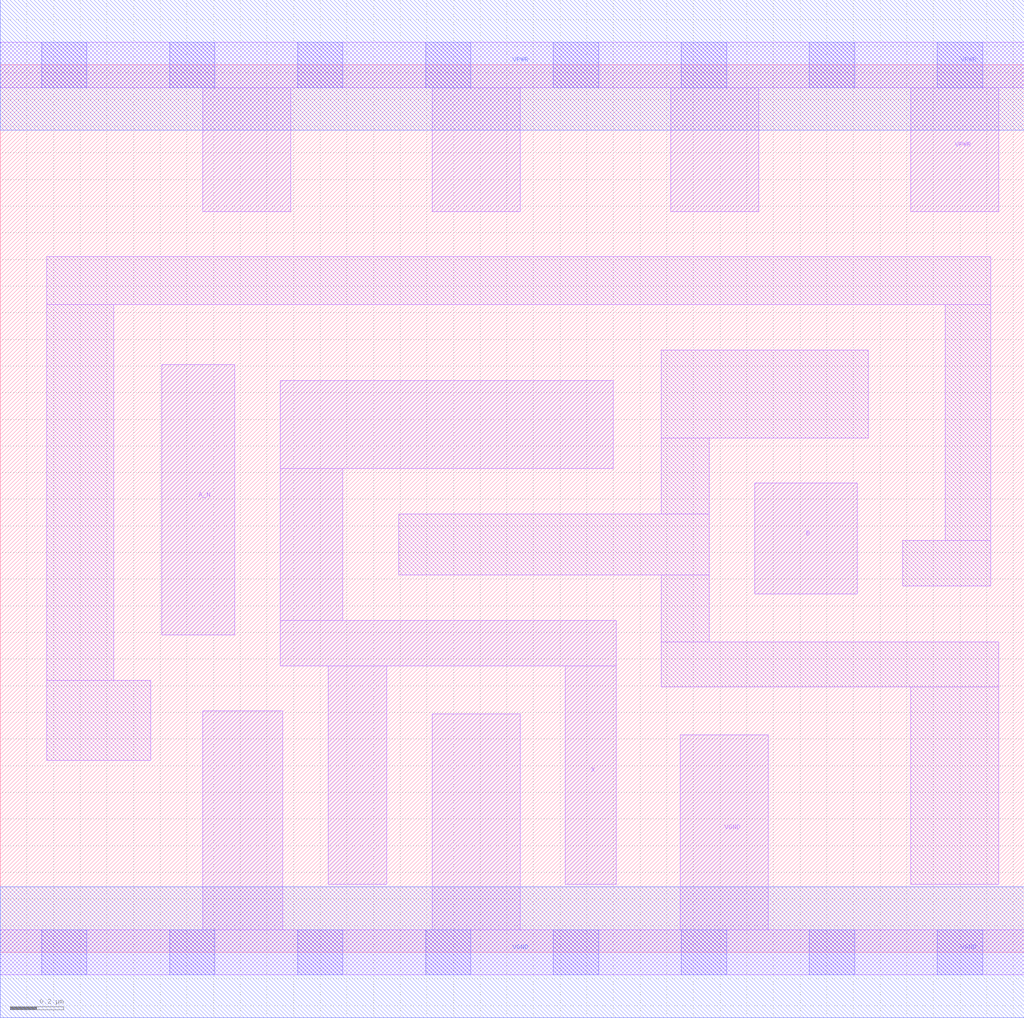
<source format=lef>
# Copyright 2020 The SkyWater PDK Authors
#
# Licensed under the Apache License, Version 2.0 (the "License");
# you may not use this file except in compliance with the License.
# You may obtain a copy of the License at
#
#     https://www.apache.org/licenses/LICENSE-2.0
#
# Unless required by applicable law or agreed to in writing, software
# distributed under the License is distributed on an "AS IS" BASIS,
# WITHOUT WARRANTIES OR CONDITIONS OF ANY KIND, either express or implied.
# See the License for the specific language governing permissions and
# limitations under the License.
#
# SPDX-License-Identifier: Apache-2.0

VERSION 5.7 ;
  NAMESCASESENSITIVE ON ;
  NOWIREEXTENSIONATPIN ON ;
  DIVIDERCHAR "/" ;
  BUSBITCHARS "[]" ;
UNITS
  DATABASE MICRONS 200 ;
END UNITS
MACRO sky130_fd_sc_lp__and2b_4
  CLASS CORE ;
  SOURCE USER ;
  FOREIGN sky130_fd_sc_lp__and2b_4 ;
  ORIGIN  0.000000  0.000000 ;
  SIZE  3.840000 BY  3.330000 ;
  SYMMETRY X Y R90 ;
  SITE unit ;
  PIN A_N
    ANTENNAGATEAREA  0.126000 ;
    DIRECTION INPUT ;
    USE SIGNAL ;
    PORT
      LAYER li1 ;
        RECT 0.605000 1.190000 0.880000 2.205000 ;
    END
  END A_N
  PIN B
    ANTENNAGATEAREA  0.315000 ;
    DIRECTION INPUT ;
    USE SIGNAL ;
    PORT
      LAYER li1 ;
        RECT 2.830000 1.345000 3.215000 1.760000 ;
    END
  END B
  PIN X
    ANTENNADIFFAREA  1.176000 ;
    DIRECTION OUTPUT ;
    USE SIGNAL ;
    PORT
      LAYER li1 ;
        RECT 1.050000 1.075000 2.310000 1.245000 ;
        RECT 1.050000 1.245000 1.285000 1.815000 ;
        RECT 1.050000 1.815000 2.300000 2.145000 ;
        RECT 1.230000 0.255000 1.450000 1.075000 ;
        RECT 2.120000 0.255000 2.310000 1.075000 ;
    END
  END X
  PIN VGND
    DIRECTION INOUT ;
    USE GROUND ;
    PORT
      LAYER li1 ;
        RECT 0.000000 -0.085000 3.840000 0.085000 ;
        RECT 0.760000  0.085000 1.060000 0.905000 ;
        RECT 1.620000  0.085000 1.950000 0.895000 ;
        RECT 2.550000  0.085000 2.880000 0.815000 ;
      LAYER mcon ;
        RECT 0.155000 -0.085000 0.325000 0.085000 ;
        RECT 0.635000 -0.085000 0.805000 0.085000 ;
        RECT 1.115000 -0.085000 1.285000 0.085000 ;
        RECT 1.595000 -0.085000 1.765000 0.085000 ;
        RECT 2.075000 -0.085000 2.245000 0.085000 ;
        RECT 2.555000 -0.085000 2.725000 0.085000 ;
        RECT 3.035000 -0.085000 3.205000 0.085000 ;
        RECT 3.515000 -0.085000 3.685000 0.085000 ;
      LAYER met1 ;
        RECT 0.000000 -0.245000 3.840000 0.245000 ;
    END
  END VGND
  PIN VPWR
    DIRECTION INOUT ;
    USE POWER ;
    PORT
      LAYER li1 ;
        RECT 0.000000 3.245000 3.840000 3.415000 ;
        RECT 0.760000 2.780000 1.090000 3.245000 ;
        RECT 1.620000 2.780000 1.950000 3.245000 ;
        RECT 2.515000 2.780000 2.845000 3.245000 ;
        RECT 3.415000 2.780000 3.745000 3.245000 ;
      LAYER mcon ;
        RECT 0.155000 3.245000 0.325000 3.415000 ;
        RECT 0.635000 3.245000 0.805000 3.415000 ;
        RECT 1.115000 3.245000 1.285000 3.415000 ;
        RECT 1.595000 3.245000 1.765000 3.415000 ;
        RECT 2.075000 3.245000 2.245000 3.415000 ;
        RECT 2.555000 3.245000 2.725000 3.415000 ;
        RECT 3.035000 3.245000 3.205000 3.415000 ;
        RECT 3.515000 3.245000 3.685000 3.415000 ;
      LAYER met1 ;
        RECT 0.000000 3.085000 3.840000 3.575000 ;
    END
  END VPWR
  OBS
    LAYER li1 ;
      RECT 0.175000 0.720000 0.565000 1.020000 ;
      RECT 0.175000 1.020000 0.425000 2.430000 ;
      RECT 0.175000 2.430000 3.715000 2.610000 ;
      RECT 1.495000 1.415000 2.660000 1.645000 ;
      RECT 2.480000 0.995000 3.745000 1.165000 ;
      RECT 2.480000 1.165000 2.660000 1.415000 ;
      RECT 2.480000 1.645000 2.660000 1.930000 ;
      RECT 2.480000 1.930000 3.255000 2.260000 ;
      RECT 3.385000 1.375000 3.715000 1.545000 ;
      RECT 3.415000 0.255000 3.745000 0.995000 ;
      RECT 3.545000 1.545000 3.715000 2.430000 ;
  END
END sky130_fd_sc_lp__and2b_4

</source>
